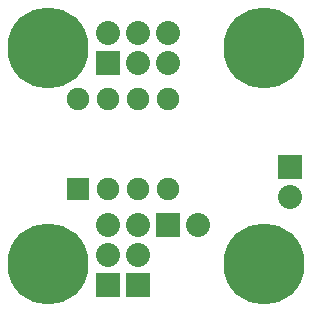
<source format=gbs>
G04 (created by PCBNEW (2013-04-19 BZR 4011)-stable) date 06/06/2013 13:50:22*
%MOIN*%
G04 Gerber Fmt 3.4, Leading zero omitted, Abs format*
%FSLAX34Y34*%
G01*
G70*
G90*
G04 APERTURE LIST*
%ADD10C,2.3622e-006*%
%ADD11R,0.075X0.075*%
%ADD12C,0.075*%
%ADD13R,0.08X0.08*%
%ADD14C,0.08*%
%ADD15C,0.27*%
G04 APERTURE END LIST*
G54D10*
G54D11*
X13400Y-16100D03*
G54D12*
X14400Y-16100D03*
X15400Y-16100D03*
X16400Y-16100D03*
X16400Y-13100D03*
X15400Y-13100D03*
X14400Y-13100D03*
X13400Y-13100D03*
G54D13*
X14400Y-19300D03*
G54D14*
X14400Y-18300D03*
X14400Y-17300D03*
G54D13*
X15400Y-19300D03*
G54D14*
X15400Y-18300D03*
X15400Y-17300D03*
G54D13*
X16400Y-17300D03*
G54D14*
X17400Y-17300D03*
G54D13*
X20460Y-15380D03*
G54D14*
X20460Y-16380D03*
G54D13*
X14400Y-11900D03*
G54D14*
X14400Y-10900D03*
X15400Y-11900D03*
X15400Y-10900D03*
X16400Y-11900D03*
X16400Y-10900D03*
G54D15*
X12400Y-18600D03*
X19600Y-18600D03*
X19600Y-11400D03*
X12400Y-11400D03*
M02*

</source>
